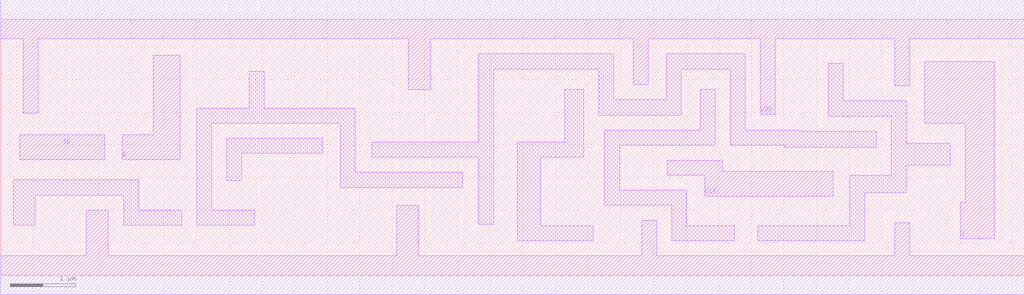
<source format=lef>
# Copyright 2022 GlobalFoundries PDK Authors
#
# Licensed under the Apache License, Version 2.0 (the "License");
# you may not use this file except in compliance with the License.
# You may obtain a copy of the License at
#
#      http://www.apache.org/licenses/LICENSE-2.0
#
# Unless required by applicable law or agreed to in writing, software
# distributed under the License is distributed on an "AS IS" BASIS,
# WITHOUT WARRANTIES OR CONDITIONS OF ANY KIND, either express or implied.
# See the License for the specific language governing permissions and
# limitations under the License.

MACRO gf180mcu_fd_sc_mcu7t5v0__icgtp_1
  CLASS core ;
  FOREIGN gf180mcu_fd_sc_mcu7t5v0__icgtp_1 0.0 0.0 ;
  ORIGIN 0 0 ;
  SYMMETRY X Y ;
  SITE GF018hv5v_mcu_sc7 ;
  SIZE 15.68 BY 3.92 ;
  PIN CLK
    DIRECTION INPUT ;
    USE clock ;
    ANTENNAGATEAREA 1.388 ;
    PORT
      LAYER Metal1 ;
        POLYGON 10.215 1.535 10.785 1.535 10.785 1.21 11.235 1.21 12.755 1.21 12.755 1.59 11.235 1.59 11.065 1.59 11.065 1.765 10.215 1.765  ;
    END
  END CLK
  PIN E
    DIRECTION INPUT ;
    ANTENNAGATEAREA 0.6995 ;
    PORT
      LAYER Metal1 ;
        POLYGON 1.865 1.77 2.75 1.77 2.75 3.37 2.34 3.37 2.34 2.15 1.865 2.15  ;
    END
  END E
  PIN TE
    DIRECTION INPUT ;
    ANTENNAGATEAREA 0.6995 ;
    PORT
      LAYER Metal1 ;
        POLYGON 0.29 1.77 1.59 1.77 1.59 2.15 0.29 2.15  ;
    END
  END TE
  PIN Q
    DIRECTION OUTPUT ;
    ANTENNADIFFAREA 0.814 ;
    PORT
      LAYER Metal1 ;
        POLYGON 14.16 2.33 14.55 2.33 14.78 2.33 14.78 1.12 14.7 1.12 14.7 0.56 15.23 0.56 15.23 3.27 14.55 3.27 14.16 3.27  ;
    END
  END Q
  PIN VDD
    DIRECTION INOUT ;
    USE power ;
    SHAPE ABUTMENT ;
    PORT
      LAYER Metal1 ;
        POLYGON 0 3.62 0.345 3.62 0.345 2.48 0.575 2.48 0.575 3.62 2.77 3.62 6.245 3.62 6.245 2.845 6.585 2.845 6.585 3.62 9.69 3.62 9.69 2.92 9.92 2.92 9.92 3.62 11.635 3.62 11.635 2.46 11.865 2.46 11.865 3.62 13.7 3.62 13.7 2.9 13.93 2.9 13.93 3.62 14.55 3.62 15.68 3.62 15.68 4.22 14.55 4.22 2.77 4.22 0 4.22  ;
    END
  END VDD
  PIN VSS
    DIRECTION INOUT ;
    USE ground ;
    SHAPE ABUTMENT ;
    PORT
      LAYER Metal1 ;
        POLYGON 0 -0.3 15.68 -0.3 15.68 0.3 13.93 0.3 13.93 0.805 13.7 0.805 13.7 0.3 10.05 0.3 10.05 0.845 9.82 0.845 9.82 0.3 6.405 0.3 6.405 1.075 6.065 1.075 6.065 0.3 1.65 0.3 1.65 0.995 1.31 0.995 1.31 0.3 0 0.3  ;
    END
  END VSS
  OBS
      LAYER Metal1 ;
        POLYGON 0.19 0.765 0.53 0.765 0.53 1.225 1.885 1.225 1.885 0.765 2.77 0.765 2.77 0.995 2.115 0.995 2.115 1.46 0.19 1.46  ;
        POLYGON 3.46 1.445 3.69 1.445 3.69 1.87 4.935 1.87 4.935 2.1 3.46 2.1  ;
        POLYGON 3.23 2.33 5.205 2.33 5.205 1.34 7.08 1.34 7.08 1.575 5.435 1.575 5.435 2.56 4.04 2.56 4.04 3.125 3.81 3.125 3.81 2.56 3 2.56 3 0.765 3.89 0.765 3.89 0.995 3.23 0.995  ;
        POLYGON 7.915 0.53 9.075 0.53 9.075 0.76 8.275 0.76 8.275 1.805 8.93 1.805 8.93 2.85 8.645 2.85 8.645 2.035 7.915 2.035  ;
        POLYGON 9.245 1.075 10.28 1.075 10.28 0.53 11.235 0.53 11.235 0.76 10.51 0.76 10.51 1.305 9.485 1.305 9.485 1.995 10.945 1.995 10.945 2.85 10.715 2.85 10.715 2.225 9.245 2.225  ;
        POLYGON 5.685 1.805 7.32 1.805 7.32 0.78 7.55 0.78 7.55 3.16 9.165 3.16 9.165 2.455 10.43 2.455 10.43 3.16 11.175 3.16 11.175 1.995 12.01 1.995 12.01 1.965 13.415 1.965 13.415 2.21 12.265 2.21 12.265 2.225 11.405 2.225 11.405 3.39 10.2 3.39 10.2 2.69 9.395 2.69 9.395 3.39 7.32 3.39 7.32 2.035 5.685 2.035  ;
        POLYGON 12.68 2.44 13.645 2.44 13.645 1.535 13.01 1.535 13.01 0.76 11.595 0.76 11.595 0.53 13.24 0.53 13.24 1.265 13.875 1.265 13.875 1.685 14.55 1.685 14.55 2.025 13.875 2.025 13.875 2.67 12.91 2.67 12.91 3.25 12.68 3.25  ;
  END
END gf180mcu_fd_sc_mcu7t5v0__icgtp_1

</source>
